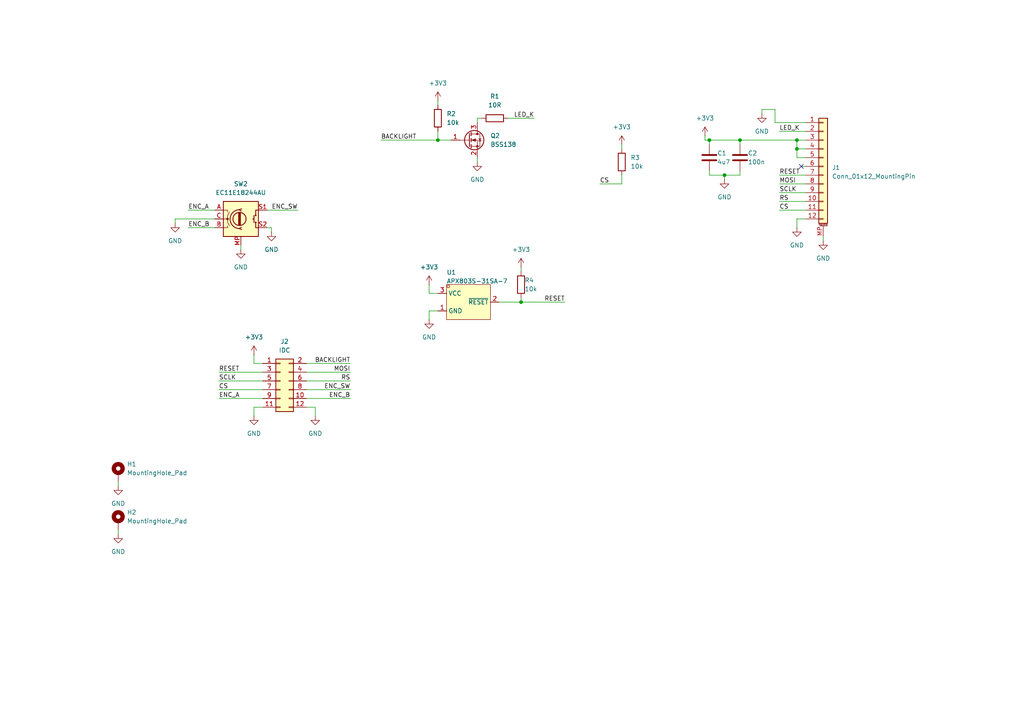
<source format=kicad_sch>
(kicad_sch (version 20250114) (generator "eeschema") (generator_version "9.0")
  (paper "A4")
  (lib_symbols
    (symbol "Connector_Generic:Conn_02x06_Odd_Even" (pin_names (offset 1.016) (hide yes))
      (property "Reference" "J" (at 1.27 7.62 0))
      (property "Value" "Conn_02x06_Odd_Even" (at 1.27 -10.16 0))
      (symbol "Conn_02x06_Odd_Even_1_1"
        (rectangle (start -1.27 6.35) (end 3.81 -8.89) (stroke (width 0.254)) (fill (type background)))
        (rectangle (start -1.27 5.207) (end 0 4.953) (stroke (width 0.1524)))
        (rectangle (start -1.27 2.667) (end 0 2.413) (stroke (width 0.1524)))
        (rectangle (start -1.27 0.127) (end 0 -0.127) (stroke (width 0.1524)))
        (rectangle (start -1.27 -2.413) (end 0 -2.667) (stroke (width 0.1524)))
        (rectangle (start -1.27 -4.953) (end 0 -5.207) (stroke (width 0.1524)))
        (rectangle (start -1.27 -7.493) (end 0 -7.747) (stroke (width 0.1524)))
        (rectangle (start 3.81 5.207) (end 2.54 4.953) (stroke (width 0.1524)))
        (rectangle (start 3.81 2.667) (end 2.54 2.413) (stroke (width 0.1524)))
        (rectangle (start 3.81 0.127) (end 2.54 -0.127) (stroke (width 0.1524)))
        (rectangle (start 3.81 -2.413) (end 2.54 -2.667) (stroke (width 0.1524)))
        (rectangle (start 3.81 -4.953) (end 2.54 -5.207) (stroke (width 0.1524)))
        (rectangle (start 3.81 -7.493) (end 2.54 -7.747) (stroke (width 0.1524)))
        (pin passive line (at -5.08 5.08 0) (length 3.81) (name "Pin_1") (number "1"))
        (pin passive line (at -5.08 2.54 0) (length 3.81) (name "Pin_3") (number "3"))
        (pin passive line (at -5.08 0 0) (length 3.81) (name "Pin_5") (number "5"))
        (pin passive line (at -5.08 -2.54 0) (length 3.81) (name "Pin_7") (number "7"))
        (pin passive line (at -5.08 -5.08 0) (length 3.81) (name "Pin_9") (number "9"))
        (pin passive line (at -5.08 -7.62 0) (length 3.81) (name "Pin_11") (number "11"))
        (pin passive line (at 7.62 5.08 180) (length 3.81) (name "Pin_2") (number "2"))
        (pin passive line (at 7.62 2.54 180) (length 3.81) (name "Pin_4") (number "4"))
        (pin passive line (at 7.62 0 180) (length 3.81) (name "Pin_6") (number "6"))
        (pin passive line (at 7.62 -2.54 180) (length 3.81) (name "Pin_8") (number "8"))
        (pin passive line (at 7.62 -5.08 180) (length 3.81) (name "Pin_10") (number "10"))
        (pin passive line (at 7.62 -7.62 180) (length 3.81) (name "Pin_12") (number "12"))
      )
    )
    (symbol "Connector_Generic_MountingPin:Conn_01x12_MountingPin" (pin_names (offset 1.016) (hide yes))
      (property "Reference" "J" (at 0 15.24 0))
      (property "Value" "Conn_01x12_MountingPin" (at 1.27 -17.78 0))
      (symbol "Conn_01x12_MountingPin_1_1"
        (rectangle (start -1.27 13.97) (end 1.27 -16.51) (stroke (width 0.254)) (fill (type background)))
        (rectangle (start -1.27 12.827) (end 0 12.573) (stroke (width 0.1524)))
        (rectangle (start -1.27 10.287) (end 0 10.033) (stroke (width 0.1524)))
        (rectangle (start -1.27 7.747) (end 0 7.493) (stroke (width 0.1524)))
        (rectangle (start -1.27 5.207) (end 0 4.953) (stroke (width 0.1524)))
        (rectangle (start -1.27 2.667) (end 0 2.413) (stroke (width 0.1524)))
        (rectangle (start -1.27 0.127) (end 0 -0.127) (stroke (width 0.1524)))
        (rectangle (start -1.27 -2.413) (end 0 -2.667) (stroke (width 0.1524)))
        (rectangle (start -1.27 -4.953) (end 0 -5.207) (stroke (width 0.1524)))
        (rectangle (start -1.27 -7.493) (end 0 -7.747) (stroke (width 0.1524)))
        (rectangle (start -1.27 -10.033) (end 0 -10.287) (stroke (width 0.1524)))
        (rectangle (start -1.27 -12.573) (end 0 -12.827) (stroke (width 0.1524)))
        (rectangle (start -1.27 -15.113) (end 0 -15.367) (stroke (width 0.1524)))
        (polyline (pts (xy -1.016 -17.272) (xy 1.016 -17.272)) (stroke (width 0.1524)))
        (text "Mounting" (at 0 -16.891 0) (effects (font (size 0.381 0.381))))
        (pin passive line (at -5.08 12.7 0) (length 3.81) (name "Pin_1") (number "1"))
        (pin passive line (at -5.08 10.16 0) (length 3.81) (name "Pin_2") (number "2"))
        (pin passive line (at -5.08 7.62 0) (length 3.81) (name "Pin_3") (number "3"))
        (pin passive line (at -5.08 5.08 0) (length 3.81) (name "Pin_4") (number "4"))
        (pin passive line (at -5.08 2.54 0) (length 3.81) (name "Pin_5") (number "5"))
        (pin passive line (at -5.08 0 0) (length 3.81) (name "Pin_6") (number "6"))
        (pin passive line (at -5.08 -2.54 0) (length 3.81) (name "Pin_7") (number "7"))
        (pin passive line (at -5.08 -5.08 0) (length 3.81) (name "Pin_8") (number "8"))
        (pin passive line (at -5.08 -7.62 0) (length 3.81) (name "Pin_9") (number "9"))
        (pin passive line (at -5.08 -10.16 0) (length 3.81) (name "Pin_10") (number "10"))
        (pin passive line (at -5.08 -12.7 0) (length 3.81) (name "Pin_11") (number "11"))
        (pin passive line (at -5.08 -15.24 0) (length 3.81) (name "Pin_12") (number "12"))
        (pin passive line (at 0 -20.32 90) (length 3.048) (name "MountPin") (number "MP"))
      )
    )
    (symbol "Device:C" (pin_numbers (hide yes)) (pin_names (offset 0.254))
      (property "Reference" "C" (at 0.635 2.54 0))
      (property "Value" "C" (at 0.635 -2.54 0))
      (symbol "C_0_1"
        (polyline (pts (xy -2.032 0.762) (xy 2.032 0.762)) (stroke (width 0.508)))
        (polyline (pts (xy -2.032 -0.762) (xy 2.032 -0.762)) (stroke (width 0.508)))
      )
      (symbol "C_1_1"
        (pin passive line (at 0 3.81 270) (length 2.794) (name "~") (number "1"))
        (pin passive line (at 0 -3.81 90) (length 2.794) (name "~") (number "2"))
      )
    )
    (symbol "Device:R" (pin_numbers (hide yes)) (pin_names (offset 0))
      (property "Reference" "R" (at 2.032 0 90))
      (property "Value" "R" (at 0 0 90))
      (symbol "R_0_1"
        (rectangle (start -1.016 -2.54) (end 1.016 2.54) (stroke (width 0.254)))
      )
      (symbol "R_1_1"
        (pin passive line (at 0 3.81 270) (length 1.27) (name "~") (number "1"))
        (pin passive line (at 0 -3.81 90) (length 1.27) (name "~") (number "2"))
      )
    )
    (symbol "Device:RotaryEncoder_Switch_MP" (pin_names (offset 0.254) (hide yes))
      (property "Reference" "SW" (at 0 8.89 0))
      (property "Value" "RotaryEncoder_Switch_MP" (at 0 6.35 0))
      (symbol "RotaryEncoder_Switch_MP_0_1"
        (rectangle (start -5.08 5.08) (end 5.08 -5.08) (stroke (width 0.254)) (fill (type background)))
        (polyline (pts (xy -5.08 2.54) (xy -3.81 2.54) (xy -3.81 2.032)))
        (polyline (pts (xy -5.08 0) (xy -3.81 0) (xy -3.81 -1.016) (xy -3.302 -2.032)))
        (polyline (pts (xy -5.08 -2.54) (xy -3.81 -2.54) (xy -3.81 -2.032)))
        (polyline (pts (xy -4.318 0) (xy -3.81 0) (xy -3.81 1.016) (xy -3.302 2.032)))
        (circle (center -3.81 0) (radius 0.254) (fill (type outline)))
        (polyline (pts (xy -0.635 -1.778) (xy -0.635 1.778)) (stroke (width 0.254)))
        (circle (center -0.381 0) (radius 1.905) (stroke (width 0.254)))
        (polyline (pts (xy -0.381 -1.778) (xy -0.381 1.778)) (stroke (width 0.254)))
        (arc (start -0.381 -2.794) (mid -3.0988 -0.0635) (end -0.381 2.667) (stroke (width 0.254)))
        (polyline (pts (xy -0.127 1.778) (xy -0.127 -1.778)) (stroke (width 0.254)))
        (polyline (pts (xy 0.254 2.921) (xy -0.508 2.667) (xy 0.127 2.286)) (stroke (width 0.254)))
        (polyline (pts (xy 0.254 -3.048) (xy -0.508 -2.794) (xy 0.127 -2.413)) (stroke (width 0.254)))
        (polyline (pts (xy 3.81 1.016) (xy 3.81 -1.016)) (stroke (width 0.254)))
        (polyline (pts (xy 3.81 0) (xy 3.429 0)) (stroke (width 0.254)))
        (circle (center 4.318 1.016) (radius 0.127) (stroke (width 0.254)))
        (circle (center 4.318 -1.016) (radius 0.127) (stroke (width 0.254)))
        (polyline (pts (xy 5.08 2.54) (xy 4.318 2.54) (xy 4.318 1.016)) (stroke (width 0.254)))
        (polyline (pts (xy 5.08 -2.54) (xy 4.318 -2.54) (xy 4.318 -1.016)) (stroke (width 0.254)))
      )
      (symbol "RotaryEncoder_Switch_MP_1_1"
        (pin passive line (at -7.62 2.54 0) (length 2.54) (name "A") (number "A"))
        (pin passive line (at -7.62 0 0) (length 2.54) (name "C") (number "C"))
        (pin passive line (at -7.62 -2.54 0) (length 2.54) (name "B") (number "B"))
        (pin passive line (at 0 -7.62 90) (length 2.54) (name "MP") (number "MP"))
        (pin passive line (at 7.62 2.54 180) (length 2.54) (name "S1") (number "S1"))
        (pin passive line (at 7.62 -2.54 180) (length 2.54) (name "S2") (number "S2"))
      )
    )
    (symbol "LCSC:APX803S-31SA-7"
      (property "Reference" "U1" (at -7.62 8.636 0))
      (property "Value" "APX803S-31SA-7" (at -7.62 6.096 0))
      (symbol "APX803S-31SA-7_0_1"
        (rectangle (start -7.62 5.08) (end 5.08 -5.08) (fill (type background)))
        (circle (center -7.11 4.57) (radius 0.38))
        (pin unspecified line (at -10.16 2.54 0) (length 2.54) (name "VCC") (number "3"))
        (pin unspecified line (at -10.16 -2.54 0) (length 2.54) (name "GND") (number "1"))
        (pin unspecified line (at 7.62 0 180) (length 2.54) (name "~{RESET}") (number "2"))
      )
    )
    (symbol "Mechanical:MountingHole_Pad" (pin_numbers (hide yes)) (pin_names (offset 1.016) (hide yes)) (in_bom no)
      (property "Reference" "H" (at 0 6.35 0))
      (property "Value" "MountingHole_Pad" (at 0 4.445 0))
      (symbol "MountingHole_Pad_0_1"
        (circle (center 0 1.27) (radius 1.27) (stroke (width 1.27)))
      )
      (symbol "MountingHole_Pad_1_1"
        (pin input line (at 0 -2.54 90) (length 2.54) (name "1") (number "1"))
      )
    )
    (symbol "Transistor_FET:BSS138" (pin_names (offset 0) (hide yes))
      (property "Reference" "Q" (at 5.08 1.905 0))
      (property "Value" "BSS138" (at 5.08 0 0))
      (symbol "BSS138_0_1"
        (polyline (pts (xy 0.254 1.905) (xy 0.254 -1.905)) (stroke (width 0.254)))
        (polyline (pts (xy 0.254 0) (xy -2.54 0)))
        (polyline (pts (xy 0.762 2.286) (xy 0.762 1.27)) (stroke (width 0.254)))
        (polyline (pts (xy 0.762 0.508) (xy 0.762 -0.508)) (stroke (width 0.254)))
        (polyline (pts (xy 0.762 -1.27) (xy 0.762 -2.286)) (stroke (width 0.254)))
        (polyline (pts (xy 0.762 -1.778) (xy 3.302 -1.778) (xy 3.302 1.778) (xy 0.762 1.778)))
        (polyline (pts (xy 1.016 0) (xy 2.032 0.381) (xy 2.032 -0.381) (xy 1.016 0)) (fill (type outline)))
        (circle (center 1.651 0) (radius 2.794) (stroke (width 0.254)))
        (polyline (pts (xy 2.54 2.54) (xy 2.54 1.778)))
        (circle (center 2.54 1.778) (radius 0.254) (fill (type outline)))
        (circle (center 2.54 -1.778) (radius 0.254) (fill (type outline)))
        (polyline (pts (xy 2.54 -2.54) (xy 2.54 0) (xy 0.762 0)))
        (polyline (pts (xy 2.921 0.381) (xy 3.683 0.381)))
        (polyline (pts (xy 3.302 0.381) (xy 2.921 -0.254) (xy 3.683 -0.254) (xy 3.302 0.381)))
      )
      (symbol "BSS138_1_1"
        (pin input line (at -5.08 0 0) (length 2.54) (name "G") (number "1"))
        (pin passive line (at 2.54 5.08 270) (length 2.54) (name "D") (number "3"))
        (pin passive line (at 2.54 -5.08 90) (length 2.54) (name "S") (number "2"))
      )
    )
    (symbol "power:+3V3" (power) (pin_numbers (hide yes)) (pin_names (offset 0) (hide yes))
      (property "Value" "+3V3" (at 0 3.556 0))
      (symbol "+3V3_0_1"
        (polyline (pts (xy -0.762 1.27) (xy 0 2.54)))
        (polyline (pts (xy 0 2.54) (xy 0.762 1.27)))
        (polyline (pts (xy 0 0) (xy 0 2.54)))
      )
      (symbol "+3V3_1_1"
        (pin power_in line (at 0 0 90) (length 0) (name "~") (number "1"))
      )
    )
    (symbol "power:GND" (power) (pin_numbers (hide yes)) (pin_names (offset 0) (hide yes))
      (property "Value" "GND" (at 0 -3.81 0))
      (symbol "GND_0_1"
        (polyline (pts (xy 0 0) (xy 0 -1.27) (xy 1.27 -1.27) (xy 0 -2.54) (xy -1.27 -1.27) (xy 0 -1.27)))
      )
      (symbol "GND_1_1"
        (pin power_in line (at 0 0 270) (length 0) (name "~") (number "1"))
      )
    )
  )
  (junction (at 210.1315 50.8))
  (junction (at 151.13 87.63))
  (junction (at 205.74 40.64))
  (junction (at 231.14 40.64))
  (junction (at 127 40.64))
  (junction (at 231.14 43.18))
  (junction (at 214.63 40.64))
  (no_connect (at 232.41 48.26))
  (wire (pts (xy 226.06 38.1) (xy 233.68 38.1)))
  (wire (pts (xy 50.8 64.77) (xy 50.8 63.5)))
  (wire (pts (xy 63.5 107.95) (xy 76.2 107.95)))
  (wire (pts (xy 110.49 40.64) (xy 127 40.64)))
  (wire (pts (xy 88.9 110.49) (xy 101.6 110.49)))
  (wire (pts (xy 124.46 82.55) (xy 124.46 85.09)))
  (wire (pts (xy 73.66 102.87) (xy 73.66 105.41)))
  (wire (pts (xy 124.46 90.17) (xy 127 90.17)))
  (wire (pts (xy 214.63 50.8) (xy 214.63 49.53)))
  (wire (pts (xy 73.66 118.11) (xy 73.66 120.65)))
  (wire (pts (xy 88.9 105.41) (xy 101.6 105.41)))
  (wire (pts (xy 63.5 113.03) (xy 76.2 113.03)))
  (wire (pts (xy 88.9 113.03) (xy 101.6 113.03)))
  (wire (pts (xy 34.29 140.97) (xy 34.29 139.7)))
  (wire (pts (xy 214.63 40.64) (xy 214.63 41.91)))
  (wire (pts (xy 220.98 31.75) (xy 224.79 31.75)))
  (wire (pts (xy 226.06 60.96) (xy 233.68 60.96)))
  (wire (pts (xy 232.41 48.26) (xy 233.68 48.26)))
  (wire (pts (xy 151.13 77.47) (xy 151.13 78.74)))
  (wire (pts (xy 78.74 67.31) (xy 78.74 66.04)))
  (wire (pts (xy 231.14 63.5) (xy 233.68 63.5)))
  (wire (pts (xy 147.32 34.29) (xy 154.94 34.29)))
  (wire (pts (xy 73.66 118.11) (xy 76.2 118.11)))
  (wire (pts (xy 224.79 31.75) (xy 224.79 35.56)))
  (wire (pts (xy 231.14 43.18) (xy 233.68 43.18)))
  (wire (pts (xy 180.34 41.91) (xy 180.34 43.18)))
  (wire (pts (xy 127 40.64) (xy 130.81 40.64)))
  (wire (pts (xy 226.06 55.88) (xy 233.68 55.88)))
  (wire (pts (xy 205.74 50.8) (xy 210.1315 50.8)))
  (wire (pts (xy 231.14 40.64) (xy 233.68 40.64)))
  (wire (pts (xy 226.06 58.42) (xy 233.68 58.42)))
  (wire (pts (xy 73.66 105.41) (xy 76.2 105.41)))
  (wire (pts (xy 63.5 115.57) (xy 76.2 115.57)))
  (wire (pts (xy 224.79 35.56) (xy 233.68 35.56)))
  (wire (pts (xy 231.14 63.5) (xy 231.14 66.04)))
  (wire (pts (xy 226.06 50.8) (xy 233.68 50.8)))
  (wire (pts (xy 205.74 40.64) (xy 205.74 41.91)))
  (wire (pts (xy 34.29 154.94) (xy 34.29 153.67)))
  (wire (pts (xy 63.5 110.49) (xy 76.2 110.49)))
  (wire (pts (xy 88.9 115.57) (xy 101.6 115.57)))
  (wire (pts (xy 238.76 68.58) (xy 238.76 69.85)))
  (wire (pts (xy 173.99 53.34) (xy 180.34 53.34)))
  (wire (pts (xy 127 29.21) (xy 127 30.48)))
  (wire (pts (xy 138.43 45.72) (xy 138.43 46.99)))
  (wire (pts (xy 220.98 31.75) (xy 220.98 33.02)))
  (wire (pts (xy 204.47 40.64) (xy 205.74 40.64)))
  (wire (pts (xy 151.13 87.63) (xy 163.83 87.63)))
  (wire (pts (xy 210.1315 50.8) (xy 210.1315 52.07)))
  (wire (pts (xy 77.47 60.96) (xy 86.36 60.96)))
  (wire (pts (xy 144.78 87.63) (xy 151.13 87.63)))
  (wire (pts (xy 88.9 107.95) (xy 101.6 107.95)))
  (wire (pts (xy 124.46 85.09) (xy 127 85.09)))
  (wire (pts (xy 54.61 66.04) (xy 62.23 66.04)))
  (wire (pts (xy 69.85 72.39) (xy 69.85 71.12)))
  (wire (pts (xy 205.74 40.64) (xy 214.63 40.64)))
  (wire (pts (xy 226.06 53.34) (xy 233.68 53.34)))
  (wire (pts (xy 231.14 43.18) (xy 231.14 40.64)))
  (wire (pts (xy 205.74 49.53) (xy 205.74 50.8)))
  (wire (pts (xy 127 38.1) (xy 127 40.64)))
  (wire (pts (xy 50.8 63.5) (xy 62.23 63.5)))
  (wire (pts (xy 214.63 40.64) (xy 231.14 40.64)))
  (wire (pts (xy 180.34 53.34) (xy 180.34 50.8)))
  (wire (pts (xy 139.7 34.29) (xy 138.43 34.29)))
  (wire (pts (xy 138.43 34.29) (xy 138.43 35.56)))
  (wire (pts (xy 77.47 66.04) (xy 78.74 66.04)))
  (wire (pts (xy 151.13 86.36) (xy 151.13 87.63)))
  (wire (pts (xy 124.46 90.17) (xy 124.46 92.71)))
  (wire (pts (xy 204.47 40.64) (xy 204.47 39.37)))
  (wire (pts (xy 210.1315 50.8) (xy 214.63 50.8)))
  (wire (pts (xy 91.44 118.11) (xy 88.9 118.11)))
  (wire (pts (xy 231.14 43.18) (xy 231.14 45.72)))
  (wire (pts (xy 54.61 60.96) (xy 62.23 60.96)))
  (wire (pts (xy 91.44 118.11) (xy 91.44 120.65)))
  (wire (pts (xy 231.14 45.72) (xy 233.68 45.72)))
  (label "ENC_A" (at 54.61 60.96 0))
  (label "ENC_B" (at 54.61 66.04 0))
  (label "MOSI" (at 226.06 53.34 0))
  (label "RESET" (at 163.83 87.63 180))
  (label "CS" (at 226.06 60.96 0))
  (label "RS" (at 226.06 58.42 0))
  (label "BACKLIGHT" (at 110.49 40.64 0))
  (label "CS" (at 63.5 113.03 0))
  (label "BACKLIGHT" (at 101.6 105.41 180))
  (label "SCLK" (at 63.5 110.49 0))
  (label "RESET" (at 226.06 50.8 0))
  (label "RS" (at 101.6 110.49 180))
  (label "ENC_A" (at 63.5 115.57 0))
  (label "ENC_SW" (at 101.6 113.03 180))
  (label "MOSI" (at 101.6 107.95 180))
  (label "ENC_B" (at 101.6 115.57 180))
  (label "ENC_SW" (at 86.36 60.96 180))
  (label "LED_K" (at 226.06 38.1 0))
  (label "RESET" (at 63.5 107.95 0))
  (label "CS" (at 173.99 53.34 0))
  (label "SCLK" (at 226.06 55.88 0))
  (label "LED_K" (at 154.94 34.29 180))
  (symbol (lib_id "Connector_Generic:Conn_02x06_Odd_Even") (at 81.28 110.49 0) (unit 1)
    (property "Reference" "J2" (at 82.55 99.06 0))
    (property "Value" "IDC" (at 82.55 101.6 0))
    (property "Footprint" "Connector_IDC:IDC-Header_2x06_P2.54mm_Vertical" (effects (hide yes)))
    (property "Description" "Generic connector, double row, 02x06, odd/even pin numbering scheme (row 1 odd numbers, row 2 even numbers), script generated (kicad-library-utils/schlib/autogen/connector/)" (effects (hide yes)))
  )
  (symbol (lib_id "Mechanical:MountingHole_Pad") (at 34.29 137.16 0) (unit 1) (in_bom no)
    (property "Reference" "H1" (at 36.83 134.6199 0) (effects (justify left)))
    (property "Value" "MountingHole_Pad" (at 36.83 137.1599 0) (effects (justify left)))
    (property "Footprint" "MountingHole:MountingHole_3.2mm_M3_Pad" (effects (hide yes)))
    (property "Description" "Mounting Hole with connection" (effects (hide yes)))
  )
  (symbol (lib_id "Device:R") (at 180.34 46.99 0) (unit 1)
    (property "Reference" "R3" (at 182.88 45.7199 0) (effects (justify left)))
    (property "Value" "10k" (at 182.88 48.2599 0) (effects (justify left)))
    (property "Footprint" "Resistor_SMD:R_0603_1608Metric" (effects (hide yes)))
    (property "Description" "Resistor" (effects (hide yes)))
  )
  (symbol (lib_id "power:GND") (at 231.14 66.04 0) (unit 1)
    (property "Reference" "#PWR01" (effects (hide yes)))
    (property "Value" "GND" (at 231.14 71.12 0))
    (property "Description" "Power symbol creates a global label with name \"GND\" , ground" (effects (hide yes)))
  )
  (symbol (lib_id "power:+3V3") (at 180.34 41.91 0) (unit 1)
    (property "Reference" "#PWR07" (effects (hide yes)))
    (property "Value" "+3V3" (at 180.34 36.83 0))
    (property "Description" "Power symbol creates a global label with name \"+3V3\"" (effects (hide yes)))
  )
  (symbol (lib_id "power:GND") (at 73.66 120.65 0) (unit 1)
    (property "Reference" "#PWR014" (effects (hide yes)))
    (property "Value" "GND" (at 73.66 125.73 0))
    (property "Description" "Power symbol creates a global label with name \"GND\" , ground" (effects (hide yes)))
  )
  (symbol (lib_id "Device:R") (at 143.51 34.29 90) (unit 1)
    (property "Reference" "R1" (at 143.51 27.94 90))
    (property "Value" "10R" (at 143.51 30.48 90))
    (property "Footprint" "Resistor_SMD:R_0603_1608Metric" (effects (hide yes)))
    (property "Description" "Resistor" (effects (hide yes)))
  )
  (symbol (lib_id "Mechanical:MountingHole_Pad") (at 34.29 151.13 0) (unit 1) (in_bom no)
    (property "Reference" "H2" (at 36.83 148.5899 0) (effects (justify left)))
    (property "Value" "MountingHole_Pad" (at 36.83 151.1299 0) (effects (justify left)))
    (property "Footprint" "MountingHole:MountingHole_3.2mm_M3_Pad" (effects (hide yes)))
    (property "Description" "Mounting Hole with connection" (effects (hide yes)))
  )
  (symbol (lib_id "power:+3V3") (at 151.13 77.47 0) (unit 1)
    (property "Reference" "#PWR09" (effects (hide yes)))
    (property "Value" "+3V3" (at 151.13 72.39 0))
    (property "Description" "Power symbol creates a global label with name \"+3V3\"" (effects (hide yes)))
  )
  (symbol (lib_id "Transistor_FET:BSS138") (at 135.89 40.64 0) (unit 1)
    (property "Reference" "Q2" (at 142.24 39.3699 0) (effects (justify left)))
    (property "Value" "BSS138" (at 142.24 41.9099 0) (effects (justify left)))
    (property "Footprint" "Package_TO_SOT_SMD:SOT-23" (effects (hide yes)))
    (property "Datasheet" "https://www.onsemi.com/pub/Collateral/BSS138-D.PDF" (effects (hide yes)))
    (property "Description" "50V Vds, 0.22A Id, N-Channel MOSFET, SOT-23" (effects (hide yes)))
  )
  (symbol (lib_id "LCSC:APX803S-31SA-7") (at 137.16 87.63 0) (unit 1)
    (property "Reference" "U1" (at 129.54 78.994 0) (effects (justify left)))
    (property "Value" "APX803S-31SA-7" (at 129.54 81.534 0) (effects (justify left)))
    (property "Footprint" "Package_TO_SOT_SMD:SOT-23" (effects (hide yes)))
    (property "Datasheet" "https://lcsc.com/product-detail/Others_Diodes-Incorporated_APX803S-31SA-7_Diodes-Incorporated-APX803S-31SA-7_C129757.html" (effects (hide yes)))
    (property "LCSC Part" "C129757" (effects (hide yes)))
  )
  (symbol (lib_id "power:GND") (at 138.43 46.99 0) (unit 1)
    (property "Reference" "#PWR06" (effects (hide yes)))
    (property "Value" "GND" (at 138.43 52.07 0))
    (property "Description" "Power symbol creates a global label with name \"GND\" , ground" (effects (hide yes)))
  )
  (symbol (lib_id "power:+3V3") (at 124.46 82.55 0) (unit 1)
    (property "Reference" "#PWR010" (effects (hide yes)))
    (property "Value" "+3V3" (at 124.46 77.47 0))
    (property "Description" "Power symbol creates a global label with name \"+3V3\"" (effects (hide yes)))
  )
  (symbol (lib_id "power:+3V3") (at 73.66 102.87 0) (unit 1)
    (property "Reference" "#PWR016" (effects (hide yes)))
    (property "Value" "+3V3" (at 73.66 97.79 0))
    (property "Description" "Power symbol creates a global label with name \"+3V3\"" (effects (hide yes)))
  )
  (symbol (lib_id "power:GND") (at 34.29 140.97 0) (unit 1)
    (property "Reference" "#PWR017" (effects (hide yes)))
    (property "Value" "GND" (at 34.29 146.05 0))
    (property "Description" "Power symbol creates a global label with name \"GND\" , ground" (effects (hide yes)))
  )
  (symbol (lib_id "power:GND") (at 91.44 120.65 0) (mirror y) (unit 1)
    (property "Reference" "#PWR015" (effects (hide yes)))
    (property "Value" "GND" (at 91.44 125.73 0))
    (property "Description" "Power symbol creates a global label with name \"GND\" , ground" (effects (hide yes)))
  )
  (symbol (lib_id "power:GND") (at 210.1315 52.07 0) (unit 1)
    (property "Reference" "#PWR05" (effects (hide yes)))
    (property "Value" "GND" (at 210.1315 57.15 0))
    (property "Description" "Power symbol creates a global label with name \"GND\" , ground" (effects (hide yes)))
  )
  (symbol (lib_id "Device:RotaryEncoder_Switch_MP") (at 69.85 63.5 0) (unit 1)
    (property "Reference" "SW2" (at 69.85 53.34 0))
    (property "Value" "EC11E18244AU" (at 69.85 55.88 0))
    (property "Footprint" "Rotary_Encoder:RotaryEncoder_Alps_EC11E-Switch_Vertical_H20mm" (effects (hide yes)))
    (property "Description" "Rotary encoder, dual channel, incremental quadrate outputs, with switch and MP Pin" (effects (hide yes)))
  )
  (symbol (lib_id "Device:C") (at 205.74 45.72 0) (unit 1)
    (property "Reference" "C1" (at 208.026 44.45 0) (effects (justify left)))
    (property "Value" "4u7" (at 208.026 46.99 0) (effects (justify left)))
    (property "Footprint" "Capacitor_SMD:C_0603_1608Metric" (effects (hide yes)))
    (property "Description" "Unpolarized capacitor" (effects (hide yes)))
  )
  (symbol (lib_id "Device:R") (at 151.13 82.55 180) (unit 1)
    (property "Reference" "R4" (at 152.146 81.28 0) (effects (justify right)))
    (property "Value" "10k" (at 152.146 83.82 0) (effects (justify right)))
    (property "Footprint" "Resistor_SMD:R_0603_1608Metric" (effects (hide yes)))
    (property "Description" "Resistor" (effects (hide yes)))
  )
  (symbol (lib_id "Connector_Generic_MountingPin:Conn_01x12_MountingPin") (at 238.76 48.26 0) (unit 1)
    (property "Reference" "J1" (at 241.3 48.6155 0) (effects (justify left)))
    (property "Value" "Conn_01x12_MountingPin" (at 241.3 51.1555 0) (effects (justify left)))
    (property "Footprint" "LCSC:FPC-SMD_5034801200" (effects (hide yes)))
    (property "Description" "Generic connectable mounting pin connector, single row, 01x12, script generated (kicad-library-utils/schlib/autogen/connector/)" (effects (hide yes)))
  )
  (symbol (lib_id "Device:R") (at 127 34.29 180) (unit 1)
    (property "Reference" "R2" (at 129.54 33.0199 0) (effects (justify right)))
    (property "Value" "10k" (at 129.54 35.5599 0) (effects (justify right)))
    (property "Footprint" "Resistor_SMD:R_0603_1608Metric" (effects (hide yes)))
    (property "Description" "Resistor" (effects (hide yes)))
  )
  (symbol (lib_id "power:GND") (at 220.98 33.02 0) (unit 1)
    (property "Reference" "#PWR04" (effects (hide yes)))
    (property "Value" "GND" (at 220.98 38.1 0))
    (property "Description" "Power symbol creates a global label with name \"GND\" , ground" (effects (hide yes)))
  )
  (symbol (lib_id "power:GND") (at 34.29 154.94 0) (unit 1)
    (property "Reference" "#PWR018" (effects (hide yes)))
    (property "Value" "GND" (at 34.29 160.02 0))
    (property "Description" "Power symbol creates a global label with name \"GND\" , ground" (effects (hide yes)))
  )
  (symbol (lib_id "power:GND") (at 78.74 67.31 0) (unit 1)
    (property "Reference" "#PWR013" (effects (hide yes)))
    (property "Value" "GND" (at 78.74 72.39 0))
    (property "Description" "Power symbol creates a global label with name \"GND\" , ground" (effects (hide yes)))
  )
  (symbol (lib_id "power:+3V3") (at 127 29.21 0) (unit 1)
    (property "Reference" "#PWR08" (effects (hide yes)))
    (property "Value" "+3V3" (at 127 24.13 0))
    (property "Description" "Power symbol creates a global label with name \"+3V3\"" (effects (hide yes)))
  )
  (symbol (lib_id "power:GND") (at 238.76 69.85 0) (unit 1)
    (property "Reference" "#PWR02" (effects (hide yes)))
    (property "Value" "GND" (at 238.76 74.93 0))
    (property "Description" "Power symbol creates a global label with name \"GND\" , ground" (effects (hide yes)))
  )
  (symbol (lib_id "Device:C") (at 214.63 45.72 0) (unit 1)
    (property "Reference" "C2" (at 216.916 44.45 0) (effects (justify left)))
    (property "Value" "100n" (at 216.916 46.99 0) (effects (justify left)))
    (property "Footprint" "Capacitor_SMD:C_0603_1608Metric" (effects (hide yes)))
    (property "Description" "Unpolarized capacitor" (effects (hide yes)))
  )
  (symbol (lib_id "power:GND") (at 69.85 72.39 0) (unit 1)
    (property "Reference" "#PWR021" (effects (hide yes)))
    (property "Value" "GND" (at 69.85 77.47 0))
    (property "Description" "Power symbol creates a global label with name \"GND\" , ground" (effects (hide yes)))
  )
  (symbol (lib_id "power:GND") (at 124.46 92.71 0) (unit 1)
    (property "Reference" "#PWR011" (effects (hide yes)))
    (property "Value" "GND" (at 124.46 97.79 0))
    (property "Description" "Power symbol creates a global label with name \"GND\" , ground" (effects (hide yes)))
  )
  (symbol (lib_id "power:+3V3") (at 204.47 39.37 0) (unit 1)
    (property "Reference" "#PWR03" (effects (hide yes)))
    (property "Value" "+3V3" (at 204.47 34.29 0))
    (property "Description" "Power symbol creates a global label with name \"+3V3\"" (effects (hide yes)))
  )
  (symbol (lib_id "power:GND") (at 50.8 64.77 0) (unit 1)
    (property "Reference" "#PWR012" (effects (hide yes)))
    (property "Value" "GND" (at 50.8 69.85 0))
    (property "Description" "Power symbol creates a global label with name \"GND\" , ground" (effects (hide yes)))
  )
)
</source>
